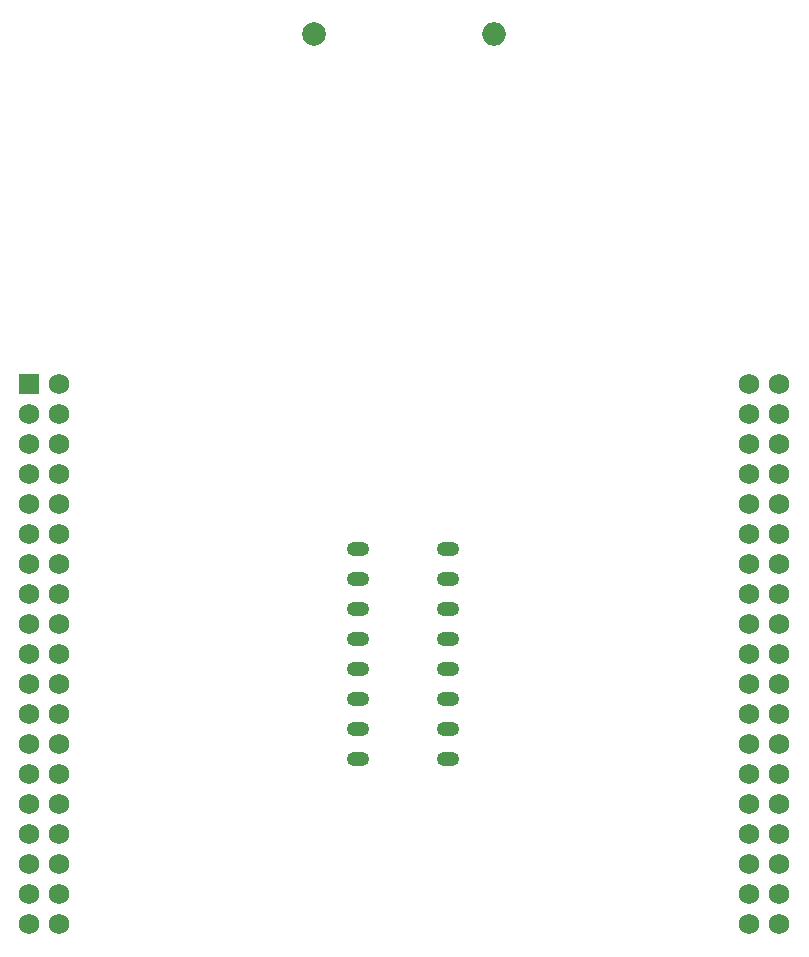
<source format=gbr>
%TF.GenerationSoftware,KiCad,Pcbnew,8.0.6*%
%TF.CreationDate,2024-12-14T19:09:49+00:00*%
%TF.ProjectId,micro,6d696372-6f2e-46b6-9963-61645f706362,rev?*%
%TF.SameCoordinates,Original*%
%TF.FileFunction,Soldermask,Bot*%
%TF.FilePolarity,Negative*%
%FSLAX46Y46*%
G04 Gerber Fmt 4.6, Leading zero omitted, Abs format (unit mm)*
G04 Created by KiCad (PCBNEW 8.0.6) date 2024-12-14 19:09:49*
%MOMM*%
%LPD*%
G01*
G04 APERTURE LIST*
G04 Aperture macros list*
%AMRoundRect*
0 Rectangle with rounded corners*
0 $1 Rounding radius*
0 $2 $3 $4 $5 $6 $7 $8 $9 X,Y pos of 4 corners*
0 Add a 4 corners polygon primitive as box body*
4,1,4,$2,$3,$4,$5,$6,$7,$8,$9,$2,$3,0*
0 Add four circle primitives for the rounded corners*
1,1,$1+$1,$2,$3*
1,1,$1+$1,$4,$5*
1,1,$1+$1,$6,$7*
1,1,$1+$1,$8,$9*
0 Add four rect primitives between the rounded corners*
20,1,$1+$1,$2,$3,$4,$5,0*
20,1,$1+$1,$4,$5,$6,$7,0*
20,1,$1+$1,$6,$7,$8,$9,0*
20,1,$1+$1,$8,$9,$2,$3,0*%
G04 Aperture macros list end*
%ADD10RoundRect,0.102000X-0.762000X-0.762000X0.762000X-0.762000X0.762000X0.762000X-0.762000X0.762000X0*%
%ADD11C,1.728000*%
%ADD12O,1.900000X1.200000*%
%ADD13C,2.000000*%
%ADD14O,2.000000X2.000000*%
G04 APERTURE END LIST*
D10*
%TO.C,U1*%
X117360000Y-70990000D03*
D11*
X119900000Y-70990000D03*
X117360000Y-73530000D03*
X119900000Y-73530000D03*
X117360000Y-76070000D03*
X119900000Y-76070000D03*
X117360000Y-78610000D03*
X119900000Y-78610000D03*
X117360000Y-81150000D03*
X119900000Y-81150000D03*
X117360000Y-83690000D03*
X119900000Y-83690000D03*
X117360000Y-86230000D03*
X119900000Y-86230000D03*
X117360000Y-88770000D03*
X119900000Y-88770000D03*
X117360000Y-91310000D03*
X119900000Y-91310000D03*
X117360000Y-93850000D03*
X119900000Y-93850000D03*
X117360000Y-96390000D03*
X119900000Y-96390000D03*
X117360000Y-98930000D03*
X119900000Y-98930000D03*
X117360000Y-101470000D03*
X119900000Y-101470000D03*
X117360000Y-104010000D03*
X119900000Y-104010000D03*
X117360000Y-106550000D03*
X119900000Y-106550000D03*
X117360000Y-109090000D03*
X119900000Y-109090000D03*
X117360000Y-111630000D03*
X119900000Y-111630000D03*
X117360000Y-114170000D03*
X119900000Y-114170000D03*
X117360000Y-116710000D03*
X119900000Y-116710000D03*
X178320000Y-70990000D03*
X180860000Y-70990000D03*
X178320000Y-73530000D03*
X180860000Y-73530000D03*
X178320000Y-76070000D03*
X180860000Y-76070000D03*
X178320000Y-78610000D03*
X180860000Y-78610000D03*
X178320000Y-81150000D03*
X180860000Y-81150000D03*
X178320000Y-83690000D03*
X180860000Y-83690000D03*
X178320000Y-86230000D03*
X180860000Y-86230000D03*
X178320000Y-88770000D03*
X180860000Y-88770000D03*
X178320000Y-91310000D03*
X180860000Y-91310000D03*
X178320000Y-93850000D03*
X180860000Y-93850000D03*
X178320000Y-96390000D03*
X180860000Y-96390000D03*
X178320000Y-98930000D03*
X180860000Y-98930000D03*
X178320000Y-101470000D03*
X180860000Y-101470000D03*
X178320000Y-104010000D03*
X180860000Y-104010000D03*
X178320000Y-106550000D03*
X180860000Y-106550000D03*
X178320000Y-109090000D03*
X180860000Y-109090000D03*
X178320000Y-111630000D03*
X180860000Y-111630000D03*
X178320000Y-114170000D03*
X180860000Y-114170000D03*
X178320000Y-116710000D03*
X180860000Y-116710000D03*
%TD*%
D12*
%TO.C,J1*%
X145180000Y-85000000D03*
X152800000Y-85000000D03*
X145180000Y-87540000D03*
X152800000Y-87540000D03*
X145180000Y-90080000D03*
X152800000Y-90080000D03*
X145180000Y-92620000D03*
X152800000Y-92620000D03*
X145180000Y-95160000D03*
X152800000Y-95160000D03*
X145180000Y-97700000D03*
X152800000Y-97700000D03*
X145180000Y-100240000D03*
X152800000Y-100240000D03*
X145180000Y-102780000D03*
X152800000Y-102780000D03*
%TD*%
D13*
%TO.C,L1*%
X141487500Y-41365000D03*
D14*
X156727500Y-41365000D03*
%TD*%
M02*

</source>
